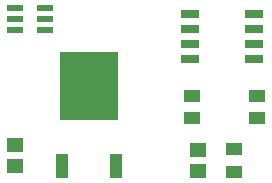
<source format=gbr>
%TF.GenerationSoftware,KiCad,Pcbnew,8.0.1*%
%TF.CreationDate,2024-04-29T14:13:33-04:00*%
%TF.ProjectId,kicad_pcb,6b696361-645f-4706-9362-2e6b69636164,rev?*%
%TF.SameCoordinates,Original*%
%TF.FileFunction,Paste,Top*%
%TF.FilePolarity,Positive*%
%FSLAX46Y46*%
G04 Gerber Fmt 4.6, Leading zero omitted, Abs format (unit mm)*
G04 Created by KiCad (PCBNEW 8.0.1) date 2024-04-29 14:13:33*
%MOMM*%
%LPD*%
G01*
G04 APERTURE LIST*
%ADD10R,1.525000X0.700000*%
%ADD11R,1.400000X0.600000*%
%ADD12R,1.450000X1.000000*%
%ADD13R,1.000000X2.100000*%
%ADD14R,4.900000X5.850000*%
%ADD15R,1.450000X1.150000*%
G04 APERTURE END LIST*
D10*
%TO.C,IC1*%
X136288000Y-77095000D03*
X136288000Y-78365000D03*
X136288000Y-79635000D03*
X136288000Y-80905000D03*
X141712000Y-80905000D03*
X141712000Y-79635000D03*
X141712000Y-78365000D03*
X141712000Y-77095000D03*
%TD*%
D11*
%TO.C,IC2*%
X124000000Y-78500000D03*
X124000000Y-77550000D03*
X124000000Y-76600000D03*
X121500000Y-76600000D03*
X121500000Y-77550000D03*
X121500000Y-78500000D03*
%TD*%
D12*
%TO.C,R4*%
X142000000Y-84050000D03*
X142000000Y-85950000D03*
%TD*%
%TO.C,R3*%
X140000000Y-88550000D03*
X140000000Y-90450000D03*
%TD*%
%TO.C,R1*%
X136500000Y-85950000D03*
X136500000Y-84050000D03*
%TD*%
D13*
%TO.C,IC3*%
X125500000Y-90000000D03*
X130060000Y-90000000D03*
D14*
X127780000Y-83200000D03*
%TD*%
D15*
%TO.C,C2*%
X137000000Y-90400000D03*
X137000000Y-88600000D03*
%TD*%
%TO.C,C1*%
X121500000Y-90000000D03*
X121500000Y-88200000D03*
%TD*%
M02*

</source>
